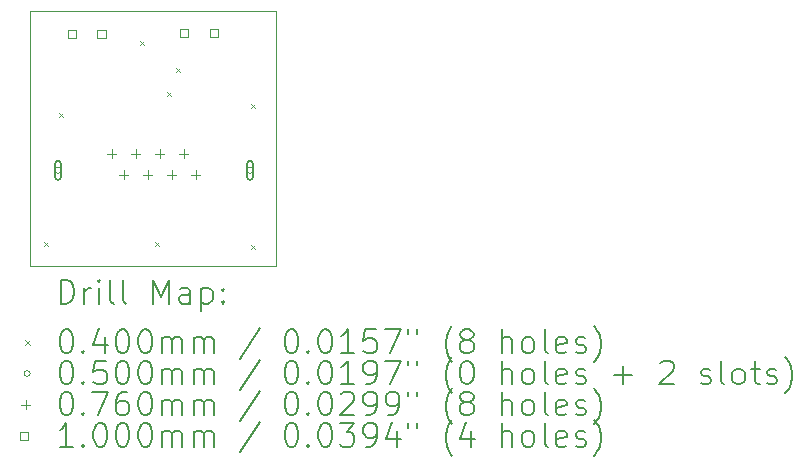
<source format=gbr>
%TF.GenerationSoftware,KiCad,Pcbnew,7.0.5*%
%TF.CreationDate,2023-06-28T23:38:22-05:00*%
%TF.ProjectId,RJ45GoButton,524a3435-476f-4427-9574-746f6e2e6b69,rev?*%
%TF.SameCoordinates,Original*%
%TF.FileFunction,Drillmap*%
%TF.FilePolarity,Positive*%
%FSLAX45Y45*%
G04 Gerber Fmt 4.5, Leading zero omitted, Abs format (unit mm)*
G04 Created by KiCad (PCBNEW 7.0.5) date 2023-06-28 23:38:22*
%MOMM*%
%LPD*%
G01*
G04 APERTURE LIST*
%ADD10C,0.050000*%
%ADD11C,0.200000*%
%ADD12C,0.040000*%
%ADD13C,0.076000*%
%ADD14C,0.100000*%
G04 APERTURE END LIST*
D10*
X16119000Y-9253000D02*
X16120000Y-11416000D01*
X14041000Y-11416000D02*
X14041000Y-9253000D01*
X16120000Y-11416000D02*
X14041000Y-11416000D01*
X14041000Y-9253000D02*
X16119000Y-9253000D01*
D11*
D12*
X14153200Y-11206800D02*
X14193200Y-11246800D01*
X14193200Y-11206800D02*
X14153200Y-11246800D01*
X14280200Y-10114600D02*
X14320200Y-10154600D01*
X14320200Y-10114600D02*
X14280200Y-10154600D01*
X14966000Y-9505000D02*
X15006000Y-9545000D01*
X15006000Y-9505000D02*
X14966000Y-9545000D01*
X15093000Y-11206800D02*
X15133000Y-11246800D01*
X15133000Y-11206800D02*
X15093000Y-11246800D01*
X15194600Y-9936800D02*
X15234600Y-9976800D01*
X15234600Y-9936800D02*
X15194600Y-9976800D01*
X15270800Y-9733600D02*
X15310800Y-9773600D01*
X15310800Y-9733600D02*
X15270800Y-9773600D01*
X15905800Y-10038400D02*
X15945800Y-10078400D01*
X15945800Y-10038400D02*
X15905800Y-10078400D01*
X15905800Y-11232200D02*
X15945800Y-11272200D01*
X15945800Y-11232200D02*
X15905800Y-11272200D01*
D10*
X14299908Y-10602087D02*
G75*
G03*
X14299908Y-10602087I-25000J0D01*
G01*
D11*
X14299908Y-10657087D02*
X14299908Y-10547087D01*
X14299908Y-10547087D02*
G75*
G03*
X14249908Y-10547087I-25000J0D01*
G01*
X14249908Y-10547087D02*
X14249908Y-10657087D01*
X14249908Y-10657087D02*
G75*
G03*
X14299908Y-10657087I25000J0D01*
G01*
D10*
X15925908Y-10602087D02*
G75*
G03*
X15925908Y-10602087I-25000J0D01*
G01*
D11*
X15925908Y-10657087D02*
X15925908Y-10547087D01*
X15925908Y-10547087D02*
G75*
G03*
X15875908Y-10547087I-25000J0D01*
G01*
X15875908Y-10547087D02*
X15875908Y-10657087D01*
X15875908Y-10657087D02*
G75*
G03*
X15925908Y-10657087I25000J0D01*
G01*
D13*
X14731838Y-10422282D02*
X14731838Y-10498282D01*
X14693838Y-10460282D02*
X14769838Y-10460282D01*
X14833838Y-10600282D02*
X14833838Y-10676282D01*
X14795838Y-10638282D02*
X14871838Y-10638282D01*
X14934838Y-10422282D02*
X14934838Y-10498282D01*
X14896838Y-10460282D02*
X14972838Y-10460282D01*
X15036838Y-10600282D02*
X15036838Y-10676282D01*
X14998838Y-10638282D02*
X15074838Y-10638282D01*
X15137838Y-10422282D02*
X15137838Y-10498282D01*
X15099838Y-10460282D02*
X15175838Y-10460282D01*
X15239838Y-10600282D02*
X15239838Y-10676282D01*
X15201838Y-10638282D02*
X15277838Y-10638282D01*
X15340838Y-10422282D02*
X15340838Y-10498282D01*
X15302838Y-10460282D02*
X15378838Y-10460282D01*
X15442838Y-10600282D02*
X15442838Y-10676282D01*
X15404838Y-10638282D02*
X15480838Y-10638282D01*
D14*
X14430356Y-9484356D02*
X14430356Y-9413644D01*
X14359644Y-9413644D01*
X14359644Y-9484356D01*
X14430356Y-9484356D01*
X14680356Y-9484356D02*
X14680356Y-9413644D01*
X14609644Y-9413644D01*
X14609644Y-9484356D01*
X14680356Y-9484356D01*
X15379356Y-9475356D02*
X15379356Y-9404644D01*
X15308644Y-9404644D01*
X15308644Y-9475356D01*
X15379356Y-9475356D01*
X15629356Y-9475356D02*
X15629356Y-9404644D01*
X15558644Y-9404644D01*
X15558644Y-9475356D01*
X15629356Y-9475356D01*
D11*
X14299277Y-11729984D02*
X14299277Y-11529984D01*
X14299277Y-11529984D02*
X14346896Y-11529984D01*
X14346896Y-11529984D02*
X14375467Y-11539508D01*
X14375467Y-11539508D02*
X14394515Y-11558555D01*
X14394515Y-11558555D02*
X14404039Y-11577603D01*
X14404039Y-11577603D02*
X14413562Y-11615698D01*
X14413562Y-11615698D02*
X14413562Y-11644269D01*
X14413562Y-11644269D02*
X14404039Y-11682365D01*
X14404039Y-11682365D02*
X14394515Y-11701412D01*
X14394515Y-11701412D02*
X14375467Y-11720460D01*
X14375467Y-11720460D02*
X14346896Y-11729984D01*
X14346896Y-11729984D02*
X14299277Y-11729984D01*
X14499277Y-11729984D02*
X14499277Y-11596650D01*
X14499277Y-11634746D02*
X14508801Y-11615698D01*
X14508801Y-11615698D02*
X14518324Y-11606174D01*
X14518324Y-11606174D02*
X14537372Y-11596650D01*
X14537372Y-11596650D02*
X14556420Y-11596650D01*
X14623086Y-11729984D02*
X14623086Y-11596650D01*
X14623086Y-11529984D02*
X14613562Y-11539508D01*
X14613562Y-11539508D02*
X14623086Y-11549031D01*
X14623086Y-11549031D02*
X14632610Y-11539508D01*
X14632610Y-11539508D02*
X14623086Y-11529984D01*
X14623086Y-11529984D02*
X14623086Y-11549031D01*
X14746896Y-11729984D02*
X14727848Y-11720460D01*
X14727848Y-11720460D02*
X14718324Y-11701412D01*
X14718324Y-11701412D02*
X14718324Y-11529984D01*
X14851658Y-11729984D02*
X14832610Y-11720460D01*
X14832610Y-11720460D02*
X14823086Y-11701412D01*
X14823086Y-11701412D02*
X14823086Y-11529984D01*
X15080229Y-11729984D02*
X15080229Y-11529984D01*
X15080229Y-11529984D02*
X15146896Y-11672841D01*
X15146896Y-11672841D02*
X15213562Y-11529984D01*
X15213562Y-11529984D02*
X15213562Y-11729984D01*
X15394515Y-11729984D02*
X15394515Y-11625222D01*
X15394515Y-11625222D02*
X15384991Y-11606174D01*
X15384991Y-11606174D02*
X15365943Y-11596650D01*
X15365943Y-11596650D02*
X15327848Y-11596650D01*
X15327848Y-11596650D02*
X15308801Y-11606174D01*
X15394515Y-11720460D02*
X15375467Y-11729984D01*
X15375467Y-11729984D02*
X15327848Y-11729984D01*
X15327848Y-11729984D02*
X15308801Y-11720460D01*
X15308801Y-11720460D02*
X15299277Y-11701412D01*
X15299277Y-11701412D02*
X15299277Y-11682365D01*
X15299277Y-11682365D02*
X15308801Y-11663317D01*
X15308801Y-11663317D02*
X15327848Y-11653793D01*
X15327848Y-11653793D02*
X15375467Y-11653793D01*
X15375467Y-11653793D02*
X15394515Y-11644269D01*
X15489753Y-11596650D02*
X15489753Y-11796650D01*
X15489753Y-11606174D02*
X15508801Y-11596650D01*
X15508801Y-11596650D02*
X15546896Y-11596650D01*
X15546896Y-11596650D02*
X15565943Y-11606174D01*
X15565943Y-11606174D02*
X15575467Y-11615698D01*
X15575467Y-11615698D02*
X15584991Y-11634746D01*
X15584991Y-11634746D02*
X15584991Y-11691888D01*
X15584991Y-11691888D02*
X15575467Y-11710936D01*
X15575467Y-11710936D02*
X15565943Y-11720460D01*
X15565943Y-11720460D02*
X15546896Y-11729984D01*
X15546896Y-11729984D02*
X15508801Y-11729984D01*
X15508801Y-11729984D02*
X15489753Y-11720460D01*
X15670705Y-11710936D02*
X15680229Y-11720460D01*
X15680229Y-11720460D02*
X15670705Y-11729984D01*
X15670705Y-11729984D02*
X15661182Y-11720460D01*
X15661182Y-11720460D02*
X15670705Y-11710936D01*
X15670705Y-11710936D02*
X15670705Y-11729984D01*
X15670705Y-11606174D02*
X15680229Y-11615698D01*
X15680229Y-11615698D02*
X15670705Y-11625222D01*
X15670705Y-11625222D02*
X15661182Y-11615698D01*
X15661182Y-11615698D02*
X15670705Y-11606174D01*
X15670705Y-11606174D02*
X15670705Y-11625222D01*
D12*
X13998500Y-12038500D02*
X14038500Y-12078500D01*
X14038500Y-12038500D02*
X13998500Y-12078500D01*
D11*
X14337372Y-11949984D02*
X14356420Y-11949984D01*
X14356420Y-11949984D02*
X14375467Y-11959508D01*
X14375467Y-11959508D02*
X14384991Y-11969031D01*
X14384991Y-11969031D02*
X14394515Y-11988079D01*
X14394515Y-11988079D02*
X14404039Y-12026174D01*
X14404039Y-12026174D02*
X14404039Y-12073793D01*
X14404039Y-12073793D02*
X14394515Y-12111888D01*
X14394515Y-12111888D02*
X14384991Y-12130936D01*
X14384991Y-12130936D02*
X14375467Y-12140460D01*
X14375467Y-12140460D02*
X14356420Y-12149984D01*
X14356420Y-12149984D02*
X14337372Y-12149984D01*
X14337372Y-12149984D02*
X14318324Y-12140460D01*
X14318324Y-12140460D02*
X14308801Y-12130936D01*
X14308801Y-12130936D02*
X14299277Y-12111888D01*
X14299277Y-12111888D02*
X14289753Y-12073793D01*
X14289753Y-12073793D02*
X14289753Y-12026174D01*
X14289753Y-12026174D02*
X14299277Y-11988079D01*
X14299277Y-11988079D02*
X14308801Y-11969031D01*
X14308801Y-11969031D02*
X14318324Y-11959508D01*
X14318324Y-11959508D02*
X14337372Y-11949984D01*
X14489753Y-12130936D02*
X14499277Y-12140460D01*
X14499277Y-12140460D02*
X14489753Y-12149984D01*
X14489753Y-12149984D02*
X14480229Y-12140460D01*
X14480229Y-12140460D02*
X14489753Y-12130936D01*
X14489753Y-12130936D02*
X14489753Y-12149984D01*
X14670705Y-12016650D02*
X14670705Y-12149984D01*
X14623086Y-11940460D02*
X14575467Y-12083317D01*
X14575467Y-12083317D02*
X14699277Y-12083317D01*
X14813562Y-11949984D02*
X14832610Y-11949984D01*
X14832610Y-11949984D02*
X14851658Y-11959508D01*
X14851658Y-11959508D02*
X14861182Y-11969031D01*
X14861182Y-11969031D02*
X14870705Y-11988079D01*
X14870705Y-11988079D02*
X14880229Y-12026174D01*
X14880229Y-12026174D02*
X14880229Y-12073793D01*
X14880229Y-12073793D02*
X14870705Y-12111888D01*
X14870705Y-12111888D02*
X14861182Y-12130936D01*
X14861182Y-12130936D02*
X14851658Y-12140460D01*
X14851658Y-12140460D02*
X14832610Y-12149984D01*
X14832610Y-12149984D02*
X14813562Y-12149984D01*
X14813562Y-12149984D02*
X14794515Y-12140460D01*
X14794515Y-12140460D02*
X14784991Y-12130936D01*
X14784991Y-12130936D02*
X14775467Y-12111888D01*
X14775467Y-12111888D02*
X14765943Y-12073793D01*
X14765943Y-12073793D02*
X14765943Y-12026174D01*
X14765943Y-12026174D02*
X14775467Y-11988079D01*
X14775467Y-11988079D02*
X14784991Y-11969031D01*
X14784991Y-11969031D02*
X14794515Y-11959508D01*
X14794515Y-11959508D02*
X14813562Y-11949984D01*
X15004039Y-11949984D02*
X15023086Y-11949984D01*
X15023086Y-11949984D02*
X15042134Y-11959508D01*
X15042134Y-11959508D02*
X15051658Y-11969031D01*
X15051658Y-11969031D02*
X15061182Y-11988079D01*
X15061182Y-11988079D02*
X15070705Y-12026174D01*
X15070705Y-12026174D02*
X15070705Y-12073793D01*
X15070705Y-12073793D02*
X15061182Y-12111888D01*
X15061182Y-12111888D02*
X15051658Y-12130936D01*
X15051658Y-12130936D02*
X15042134Y-12140460D01*
X15042134Y-12140460D02*
X15023086Y-12149984D01*
X15023086Y-12149984D02*
X15004039Y-12149984D01*
X15004039Y-12149984D02*
X14984991Y-12140460D01*
X14984991Y-12140460D02*
X14975467Y-12130936D01*
X14975467Y-12130936D02*
X14965943Y-12111888D01*
X14965943Y-12111888D02*
X14956420Y-12073793D01*
X14956420Y-12073793D02*
X14956420Y-12026174D01*
X14956420Y-12026174D02*
X14965943Y-11988079D01*
X14965943Y-11988079D02*
X14975467Y-11969031D01*
X14975467Y-11969031D02*
X14984991Y-11959508D01*
X14984991Y-11959508D02*
X15004039Y-11949984D01*
X15156420Y-12149984D02*
X15156420Y-12016650D01*
X15156420Y-12035698D02*
X15165943Y-12026174D01*
X15165943Y-12026174D02*
X15184991Y-12016650D01*
X15184991Y-12016650D02*
X15213563Y-12016650D01*
X15213563Y-12016650D02*
X15232610Y-12026174D01*
X15232610Y-12026174D02*
X15242134Y-12045222D01*
X15242134Y-12045222D02*
X15242134Y-12149984D01*
X15242134Y-12045222D02*
X15251658Y-12026174D01*
X15251658Y-12026174D02*
X15270705Y-12016650D01*
X15270705Y-12016650D02*
X15299277Y-12016650D01*
X15299277Y-12016650D02*
X15318324Y-12026174D01*
X15318324Y-12026174D02*
X15327848Y-12045222D01*
X15327848Y-12045222D02*
X15327848Y-12149984D01*
X15423086Y-12149984D02*
X15423086Y-12016650D01*
X15423086Y-12035698D02*
X15432610Y-12026174D01*
X15432610Y-12026174D02*
X15451658Y-12016650D01*
X15451658Y-12016650D02*
X15480229Y-12016650D01*
X15480229Y-12016650D02*
X15499277Y-12026174D01*
X15499277Y-12026174D02*
X15508801Y-12045222D01*
X15508801Y-12045222D02*
X15508801Y-12149984D01*
X15508801Y-12045222D02*
X15518324Y-12026174D01*
X15518324Y-12026174D02*
X15537372Y-12016650D01*
X15537372Y-12016650D02*
X15565943Y-12016650D01*
X15565943Y-12016650D02*
X15584991Y-12026174D01*
X15584991Y-12026174D02*
X15594515Y-12045222D01*
X15594515Y-12045222D02*
X15594515Y-12149984D01*
X15984991Y-11940460D02*
X15813563Y-12197603D01*
X16242134Y-11949984D02*
X16261182Y-11949984D01*
X16261182Y-11949984D02*
X16280229Y-11959508D01*
X16280229Y-11959508D02*
X16289753Y-11969031D01*
X16289753Y-11969031D02*
X16299277Y-11988079D01*
X16299277Y-11988079D02*
X16308801Y-12026174D01*
X16308801Y-12026174D02*
X16308801Y-12073793D01*
X16308801Y-12073793D02*
X16299277Y-12111888D01*
X16299277Y-12111888D02*
X16289753Y-12130936D01*
X16289753Y-12130936D02*
X16280229Y-12140460D01*
X16280229Y-12140460D02*
X16261182Y-12149984D01*
X16261182Y-12149984D02*
X16242134Y-12149984D01*
X16242134Y-12149984D02*
X16223086Y-12140460D01*
X16223086Y-12140460D02*
X16213563Y-12130936D01*
X16213563Y-12130936D02*
X16204039Y-12111888D01*
X16204039Y-12111888D02*
X16194515Y-12073793D01*
X16194515Y-12073793D02*
X16194515Y-12026174D01*
X16194515Y-12026174D02*
X16204039Y-11988079D01*
X16204039Y-11988079D02*
X16213563Y-11969031D01*
X16213563Y-11969031D02*
X16223086Y-11959508D01*
X16223086Y-11959508D02*
X16242134Y-11949984D01*
X16394515Y-12130936D02*
X16404039Y-12140460D01*
X16404039Y-12140460D02*
X16394515Y-12149984D01*
X16394515Y-12149984D02*
X16384991Y-12140460D01*
X16384991Y-12140460D02*
X16394515Y-12130936D01*
X16394515Y-12130936D02*
X16394515Y-12149984D01*
X16527848Y-11949984D02*
X16546896Y-11949984D01*
X16546896Y-11949984D02*
X16565944Y-11959508D01*
X16565944Y-11959508D02*
X16575467Y-11969031D01*
X16575467Y-11969031D02*
X16584991Y-11988079D01*
X16584991Y-11988079D02*
X16594515Y-12026174D01*
X16594515Y-12026174D02*
X16594515Y-12073793D01*
X16594515Y-12073793D02*
X16584991Y-12111888D01*
X16584991Y-12111888D02*
X16575467Y-12130936D01*
X16575467Y-12130936D02*
X16565944Y-12140460D01*
X16565944Y-12140460D02*
X16546896Y-12149984D01*
X16546896Y-12149984D02*
X16527848Y-12149984D01*
X16527848Y-12149984D02*
X16508801Y-12140460D01*
X16508801Y-12140460D02*
X16499277Y-12130936D01*
X16499277Y-12130936D02*
X16489753Y-12111888D01*
X16489753Y-12111888D02*
X16480229Y-12073793D01*
X16480229Y-12073793D02*
X16480229Y-12026174D01*
X16480229Y-12026174D02*
X16489753Y-11988079D01*
X16489753Y-11988079D02*
X16499277Y-11969031D01*
X16499277Y-11969031D02*
X16508801Y-11959508D01*
X16508801Y-11959508D02*
X16527848Y-11949984D01*
X16784991Y-12149984D02*
X16670706Y-12149984D01*
X16727848Y-12149984D02*
X16727848Y-11949984D01*
X16727848Y-11949984D02*
X16708801Y-11978555D01*
X16708801Y-11978555D02*
X16689753Y-11997603D01*
X16689753Y-11997603D02*
X16670706Y-12007127D01*
X16965944Y-11949984D02*
X16870706Y-11949984D01*
X16870706Y-11949984D02*
X16861182Y-12045222D01*
X16861182Y-12045222D02*
X16870706Y-12035698D01*
X16870706Y-12035698D02*
X16889753Y-12026174D01*
X16889753Y-12026174D02*
X16937372Y-12026174D01*
X16937372Y-12026174D02*
X16956420Y-12035698D01*
X16956420Y-12035698D02*
X16965944Y-12045222D01*
X16965944Y-12045222D02*
X16975468Y-12064269D01*
X16975468Y-12064269D02*
X16975468Y-12111888D01*
X16975468Y-12111888D02*
X16965944Y-12130936D01*
X16965944Y-12130936D02*
X16956420Y-12140460D01*
X16956420Y-12140460D02*
X16937372Y-12149984D01*
X16937372Y-12149984D02*
X16889753Y-12149984D01*
X16889753Y-12149984D02*
X16870706Y-12140460D01*
X16870706Y-12140460D02*
X16861182Y-12130936D01*
X17042134Y-11949984D02*
X17175468Y-11949984D01*
X17175468Y-11949984D02*
X17089753Y-12149984D01*
X17242134Y-11949984D02*
X17242134Y-11988079D01*
X17318325Y-11949984D02*
X17318325Y-11988079D01*
X17613563Y-12226174D02*
X17604039Y-12216650D01*
X17604039Y-12216650D02*
X17584991Y-12188079D01*
X17584991Y-12188079D02*
X17575468Y-12169031D01*
X17575468Y-12169031D02*
X17565944Y-12140460D01*
X17565944Y-12140460D02*
X17556420Y-12092841D01*
X17556420Y-12092841D02*
X17556420Y-12054746D01*
X17556420Y-12054746D02*
X17565944Y-12007127D01*
X17565944Y-12007127D02*
X17575468Y-11978555D01*
X17575468Y-11978555D02*
X17584991Y-11959508D01*
X17584991Y-11959508D02*
X17604039Y-11930936D01*
X17604039Y-11930936D02*
X17613563Y-11921412D01*
X17718325Y-12035698D02*
X17699277Y-12026174D01*
X17699277Y-12026174D02*
X17689753Y-12016650D01*
X17689753Y-12016650D02*
X17680230Y-11997603D01*
X17680230Y-11997603D02*
X17680230Y-11988079D01*
X17680230Y-11988079D02*
X17689753Y-11969031D01*
X17689753Y-11969031D02*
X17699277Y-11959508D01*
X17699277Y-11959508D02*
X17718325Y-11949984D01*
X17718325Y-11949984D02*
X17756420Y-11949984D01*
X17756420Y-11949984D02*
X17775468Y-11959508D01*
X17775468Y-11959508D02*
X17784991Y-11969031D01*
X17784991Y-11969031D02*
X17794515Y-11988079D01*
X17794515Y-11988079D02*
X17794515Y-11997603D01*
X17794515Y-11997603D02*
X17784991Y-12016650D01*
X17784991Y-12016650D02*
X17775468Y-12026174D01*
X17775468Y-12026174D02*
X17756420Y-12035698D01*
X17756420Y-12035698D02*
X17718325Y-12035698D01*
X17718325Y-12035698D02*
X17699277Y-12045222D01*
X17699277Y-12045222D02*
X17689753Y-12054746D01*
X17689753Y-12054746D02*
X17680230Y-12073793D01*
X17680230Y-12073793D02*
X17680230Y-12111888D01*
X17680230Y-12111888D02*
X17689753Y-12130936D01*
X17689753Y-12130936D02*
X17699277Y-12140460D01*
X17699277Y-12140460D02*
X17718325Y-12149984D01*
X17718325Y-12149984D02*
X17756420Y-12149984D01*
X17756420Y-12149984D02*
X17775468Y-12140460D01*
X17775468Y-12140460D02*
X17784991Y-12130936D01*
X17784991Y-12130936D02*
X17794515Y-12111888D01*
X17794515Y-12111888D02*
X17794515Y-12073793D01*
X17794515Y-12073793D02*
X17784991Y-12054746D01*
X17784991Y-12054746D02*
X17775468Y-12045222D01*
X17775468Y-12045222D02*
X17756420Y-12035698D01*
X18032611Y-12149984D02*
X18032611Y-11949984D01*
X18118325Y-12149984D02*
X18118325Y-12045222D01*
X18118325Y-12045222D02*
X18108801Y-12026174D01*
X18108801Y-12026174D02*
X18089753Y-12016650D01*
X18089753Y-12016650D02*
X18061182Y-12016650D01*
X18061182Y-12016650D02*
X18042134Y-12026174D01*
X18042134Y-12026174D02*
X18032611Y-12035698D01*
X18242134Y-12149984D02*
X18223087Y-12140460D01*
X18223087Y-12140460D02*
X18213563Y-12130936D01*
X18213563Y-12130936D02*
X18204039Y-12111888D01*
X18204039Y-12111888D02*
X18204039Y-12054746D01*
X18204039Y-12054746D02*
X18213563Y-12035698D01*
X18213563Y-12035698D02*
X18223087Y-12026174D01*
X18223087Y-12026174D02*
X18242134Y-12016650D01*
X18242134Y-12016650D02*
X18270706Y-12016650D01*
X18270706Y-12016650D02*
X18289753Y-12026174D01*
X18289753Y-12026174D02*
X18299277Y-12035698D01*
X18299277Y-12035698D02*
X18308801Y-12054746D01*
X18308801Y-12054746D02*
X18308801Y-12111888D01*
X18308801Y-12111888D02*
X18299277Y-12130936D01*
X18299277Y-12130936D02*
X18289753Y-12140460D01*
X18289753Y-12140460D02*
X18270706Y-12149984D01*
X18270706Y-12149984D02*
X18242134Y-12149984D01*
X18423087Y-12149984D02*
X18404039Y-12140460D01*
X18404039Y-12140460D02*
X18394515Y-12121412D01*
X18394515Y-12121412D02*
X18394515Y-11949984D01*
X18575468Y-12140460D02*
X18556420Y-12149984D01*
X18556420Y-12149984D02*
X18518325Y-12149984D01*
X18518325Y-12149984D02*
X18499277Y-12140460D01*
X18499277Y-12140460D02*
X18489753Y-12121412D01*
X18489753Y-12121412D02*
X18489753Y-12045222D01*
X18489753Y-12045222D02*
X18499277Y-12026174D01*
X18499277Y-12026174D02*
X18518325Y-12016650D01*
X18518325Y-12016650D02*
X18556420Y-12016650D01*
X18556420Y-12016650D02*
X18575468Y-12026174D01*
X18575468Y-12026174D02*
X18584992Y-12045222D01*
X18584992Y-12045222D02*
X18584992Y-12064269D01*
X18584992Y-12064269D02*
X18489753Y-12083317D01*
X18661182Y-12140460D02*
X18680230Y-12149984D01*
X18680230Y-12149984D02*
X18718325Y-12149984D01*
X18718325Y-12149984D02*
X18737373Y-12140460D01*
X18737373Y-12140460D02*
X18746896Y-12121412D01*
X18746896Y-12121412D02*
X18746896Y-12111888D01*
X18746896Y-12111888D02*
X18737373Y-12092841D01*
X18737373Y-12092841D02*
X18718325Y-12083317D01*
X18718325Y-12083317D02*
X18689753Y-12083317D01*
X18689753Y-12083317D02*
X18670706Y-12073793D01*
X18670706Y-12073793D02*
X18661182Y-12054746D01*
X18661182Y-12054746D02*
X18661182Y-12045222D01*
X18661182Y-12045222D02*
X18670706Y-12026174D01*
X18670706Y-12026174D02*
X18689753Y-12016650D01*
X18689753Y-12016650D02*
X18718325Y-12016650D01*
X18718325Y-12016650D02*
X18737373Y-12026174D01*
X18813563Y-12226174D02*
X18823087Y-12216650D01*
X18823087Y-12216650D02*
X18842134Y-12188079D01*
X18842134Y-12188079D02*
X18851658Y-12169031D01*
X18851658Y-12169031D02*
X18861182Y-12140460D01*
X18861182Y-12140460D02*
X18870706Y-12092841D01*
X18870706Y-12092841D02*
X18870706Y-12054746D01*
X18870706Y-12054746D02*
X18861182Y-12007127D01*
X18861182Y-12007127D02*
X18851658Y-11978555D01*
X18851658Y-11978555D02*
X18842134Y-11959508D01*
X18842134Y-11959508D02*
X18823087Y-11930936D01*
X18823087Y-11930936D02*
X18813563Y-11921412D01*
D10*
X14038500Y-12322500D02*
G75*
G03*
X14038500Y-12322500I-25000J0D01*
G01*
D11*
X14337372Y-12213984D02*
X14356420Y-12213984D01*
X14356420Y-12213984D02*
X14375467Y-12223508D01*
X14375467Y-12223508D02*
X14384991Y-12233031D01*
X14384991Y-12233031D02*
X14394515Y-12252079D01*
X14394515Y-12252079D02*
X14404039Y-12290174D01*
X14404039Y-12290174D02*
X14404039Y-12337793D01*
X14404039Y-12337793D02*
X14394515Y-12375888D01*
X14394515Y-12375888D02*
X14384991Y-12394936D01*
X14384991Y-12394936D02*
X14375467Y-12404460D01*
X14375467Y-12404460D02*
X14356420Y-12413984D01*
X14356420Y-12413984D02*
X14337372Y-12413984D01*
X14337372Y-12413984D02*
X14318324Y-12404460D01*
X14318324Y-12404460D02*
X14308801Y-12394936D01*
X14308801Y-12394936D02*
X14299277Y-12375888D01*
X14299277Y-12375888D02*
X14289753Y-12337793D01*
X14289753Y-12337793D02*
X14289753Y-12290174D01*
X14289753Y-12290174D02*
X14299277Y-12252079D01*
X14299277Y-12252079D02*
X14308801Y-12233031D01*
X14308801Y-12233031D02*
X14318324Y-12223508D01*
X14318324Y-12223508D02*
X14337372Y-12213984D01*
X14489753Y-12394936D02*
X14499277Y-12404460D01*
X14499277Y-12404460D02*
X14489753Y-12413984D01*
X14489753Y-12413984D02*
X14480229Y-12404460D01*
X14480229Y-12404460D02*
X14489753Y-12394936D01*
X14489753Y-12394936D02*
X14489753Y-12413984D01*
X14680229Y-12213984D02*
X14584991Y-12213984D01*
X14584991Y-12213984D02*
X14575467Y-12309222D01*
X14575467Y-12309222D02*
X14584991Y-12299698D01*
X14584991Y-12299698D02*
X14604039Y-12290174D01*
X14604039Y-12290174D02*
X14651658Y-12290174D01*
X14651658Y-12290174D02*
X14670705Y-12299698D01*
X14670705Y-12299698D02*
X14680229Y-12309222D01*
X14680229Y-12309222D02*
X14689753Y-12328269D01*
X14689753Y-12328269D02*
X14689753Y-12375888D01*
X14689753Y-12375888D02*
X14680229Y-12394936D01*
X14680229Y-12394936D02*
X14670705Y-12404460D01*
X14670705Y-12404460D02*
X14651658Y-12413984D01*
X14651658Y-12413984D02*
X14604039Y-12413984D01*
X14604039Y-12413984D02*
X14584991Y-12404460D01*
X14584991Y-12404460D02*
X14575467Y-12394936D01*
X14813562Y-12213984D02*
X14832610Y-12213984D01*
X14832610Y-12213984D02*
X14851658Y-12223508D01*
X14851658Y-12223508D02*
X14861182Y-12233031D01*
X14861182Y-12233031D02*
X14870705Y-12252079D01*
X14870705Y-12252079D02*
X14880229Y-12290174D01*
X14880229Y-12290174D02*
X14880229Y-12337793D01*
X14880229Y-12337793D02*
X14870705Y-12375888D01*
X14870705Y-12375888D02*
X14861182Y-12394936D01*
X14861182Y-12394936D02*
X14851658Y-12404460D01*
X14851658Y-12404460D02*
X14832610Y-12413984D01*
X14832610Y-12413984D02*
X14813562Y-12413984D01*
X14813562Y-12413984D02*
X14794515Y-12404460D01*
X14794515Y-12404460D02*
X14784991Y-12394936D01*
X14784991Y-12394936D02*
X14775467Y-12375888D01*
X14775467Y-12375888D02*
X14765943Y-12337793D01*
X14765943Y-12337793D02*
X14765943Y-12290174D01*
X14765943Y-12290174D02*
X14775467Y-12252079D01*
X14775467Y-12252079D02*
X14784991Y-12233031D01*
X14784991Y-12233031D02*
X14794515Y-12223508D01*
X14794515Y-12223508D02*
X14813562Y-12213984D01*
X15004039Y-12213984D02*
X15023086Y-12213984D01*
X15023086Y-12213984D02*
X15042134Y-12223508D01*
X15042134Y-12223508D02*
X15051658Y-12233031D01*
X15051658Y-12233031D02*
X15061182Y-12252079D01*
X15061182Y-12252079D02*
X15070705Y-12290174D01*
X15070705Y-12290174D02*
X15070705Y-12337793D01*
X15070705Y-12337793D02*
X15061182Y-12375888D01*
X15061182Y-12375888D02*
X15051658Y-12394936D01*
X15051658Y-12394936D02*
X15042134Y-12404460D01*
X15042134Y-12404460D02*
X15023086Y-12413984D01*
X15023086Y-12413984D02*
X15004039Y-12413984D01*
X15004039Y-12413984D02*
X14984991Y-12404460D01*
X14984991Y-12404460D02*
X14975467Y-12394936D01*
X14975467Y-12394936D02*
X14965943Y-12375888D01*
X14965943Y-12375888D02*
X14956420Y-12337793D01*
X14956420Y-12337793D02*
X14956420Y-12290174D01*
X14956420Y-12290174D02*
X14965943Y-12252079D01*
X14965943Y-12252079D02*
X14975467Y-12233031D01*
X14975467Y-12233031D02*
X14984991Y-12223508D01*
X14984991Y-12223508D02*
X15004039Y-12213984D01*
X15156420Y-12413984D02*
X15156420Y-12280650D01*
X15156420Y-12299698D02*
X15165943Y-12290174D01*
X15165943Y-12290174D02*
X15184991Y-12280650D01*
X15184991Y-12280650D02*
X15213563Y-12280650D01*
X15213563Y-12280650D02*
X15232610Y-12290174D01*
X15232610Y-12290174D02*
X15242134Y-12309222D01*
X15242134Y-12309222D02*
X15242134Y-12413984D01*
X15242134Y-12309222D02*
X15251658Y-12290174D01*
X15251658Y-12290174D02*
X15270705Y-12280650D01*
X15270705Y-12280650D02*
X15299277Y-12280650D01*
X15299277Y-12280650D02*
X15318324Y-12290174D01*
X15318324Y-12290174D02*
X15327848Y-12309222D01*
X15327848Y-12309222D02*
X15327848Y-12413984D01*
X15423086Y-12413984D02*
X15423086Y-12280650D01*
X15423086Y-12299698D02*
X15432610Y-12290174D01*
X15432610Y-12290174D02*
X15451658Y-12280650D01*
X15451658Y-12280650D02*
X15480229Y-12280650D01*
X15480229Y-12280650D02*
X15499277Y-12290174D01*
X15499277Y-12290174D02*
X15508801Y-12309222D01*
X15508801Y-12309222D02*
X15508801Y-12413984D01*
X15508801Y-12309222D02*
X15518324Y-12290174D01*
X15518324Y-12290174D02*
X15537372Y-12280650D01*
X15537372Y-12280650D02*
X15565943Y-12280650D01*
X15565943Y-12280650D02*
X15584991Y-12290174D01*
X15584991Y-12290174D02*
X15594515Y-12309222D01*
X15594515Y-12309222D02*
X15594515Y-12413984D01*
X15984991Y-12204460D02*
X15813563Y-12461603D01*
X16242134Y-12213984D02*
X16261182Y-12213984D01*
X16261182Y-12213984D02*
X16280229Y-12223508D01*
X16280229Y-12223508D02*
X16289753Y-12233031D01*
X16289753Y-12233031D02*
X16299277Y-12252079D01*
X16299277Y-12252079D02*
X16308801Y-12290174D01*
X16308801Y-12290174D02*
X16308801Y-12337793D01*
X16308801Y-12337793D02*
X16299277Y-12375888D01*
X16299277Y-12375888D02*
X16289753Y-12394936D01*
X16289753Y-12394936D02*
X16280229Y-12404460D01*
X16280229Y-12404460D02*
X16261182Y-12413984D01*
X16261182Y-12413984D02*
X16242134Y-12413984D01*
X16242134Y-12413984D02*
X16223086Y-12404460D01*
X16223086Y-12404460D02*
X16213563Y-12394936D01*
X16213563Y-12394936D02*
X16204039Y-12375888D01*
X16204039Y-12375888D02*
X16194515Y-12337793D01*
X16194515Y-12337793D02*
X16194515Y-12290174D01*
X16194515Y-12290174D02*
X16204039Y-12252079D01*
X16204039Y-12252079D02*
X16213563Y-12233031D01*
X16213563Y-12233031D02*
X16223086Y-12223508D01*
X16223086Y-12223508D02*
X16242134Y-12213984D01*
X16394515Y-12394936D02*
X16404039Y-12404460D01*
X16404039Y-12404460D02*
X16394515Y-12413984D01*
X16394515Y-12413984D02*
X16384991Y-12404460D01*
X16384991Y-12404460D02*
X16394515Y-12394936D01*
X16394515Y-12394936D02*
X16394515Y-12413984D01*
X16527848Y-12213984D02*
X16546896Y-12213984D01*
X16546896Y-12213984D02*
X16565944Y-12223508D01*
X16565944Y-12223508D02*
X16575467Y-12233031D01*
X16575467Y-12233031D02*
X16584991Y-12252079D01*
X16584991Y-12252079D02*
X16594515Y-12290174D01*
X16594515Y-12290174D02*
X16594515Y-12337793D01*
X16594515Y-12337793D02*
X16584991Y-12375888D01*
X16584991Y-12375888D02*
X16575467Y-12394936D01*
X16575467Y-12394936D02*
X16565944Y-12404460D01*
X16565944Y-12404460D02*
X16546896Y-12413984D01*
X16546896Y-12413984D02*
X16527848Y-12413984D01*
X16527848Y-12413984D02*
X16508801Y-12404460D01*
X16508801Y-12404460D02*
X16499277Y-12394936D01*
X16499277Y-12394936D02*
X16489753Y-12375888D01*
X16489753Y-12375888D02*
X16480229Y-12337793D01*
X16480229Y-12337793D02*
X16480229Y-12290174D01*
X16480229Y-12290174D02*
X16489753Y-12252079D01*
X16489753Y-12252079D02*
X16499277Y-12233031D01*
X16499277Y-12233031D02*
X16508801Y-12223508D01*
X16508801Y-12223508D02*
X16527848Y-12213984D01*
X16784991Y-12413984D02*
X16670706Y-12413984D01*
X16727848Y-12413984D02*
X16727848Y-12213984D01*
X16727848Y-12213984D02*
X16708801Y-12242555D01*
X16708801Y-12242555D02*
X16689753Y-12261603D01*
X16689753Y-12261603D02*
X16670706Y-12271127D01*
X16880229Y-12413984D02*
X16918325Y-12413984D01*
X16918325Y-12413984D02*
X16937372Y-12404460D01*
X16937372Y-12404460D02*
X16946896Y-12394936D01*
X16946896Y-12394936D02*
X16965944Y-12366365D01*
X16965944Y-12366365D02*
X16975468Y-12328269D01*
X16975468Y-12328269D02*
X16975468Y-12252079D01*
X16975468Y-12252079D02*
X16965944Y-12233031D01*
X16965944Y-12233031D02*
X16956420Y-12223508D01*
X16956420Y-12223508D02*
X16937372Y-12213984D01*
X16937372Y-12213984D02*
X16899277Y-12213984D01*
X16899277Y-12213984D02*
X16880229Y-12223508D01*
X16880229Y-12223508D02*
X16870706Y-12233031D01*
X16870706Y-12233031D02*
X16861182Y-12252079D01*
X16861182Y-12252079D02*
X16861182Y-12299698D01*
X16861182Y-12299698D02*
X16870706Y-12318746D01*
X16870706Y-12318746D02*
X16880229Y-12328269D01*
X16880229Y-12328269D02*
X16899277Y-12337793D01*
X16899277Y-12337793D02*
X16937372Y-12337793D01*
X16937372Y-12337793D02*
X16956420Y-12328269D01*
X16956420Y-12328269D02*
X16965944Y-12318746D01*
X16965944Y-12318746D02*
X16975468Y-12299698D01*
X17042134Y-12213984D02*
X17175468Y-12213984D01*
X17175468Y-12213984D02*
X17089753Y-12413984D01*
X17242134Y-12213984D02*
X17242134Y-12252079D01*
X17318325Y-12213984D02*
X17318325Y-12252079D01*
X17613563Y-12490174D02*
X17604039Y-12480650D01*
X17604039Y-12480650D02*
X17584991Y-12452079D01*
X17584991Y-12452079D02*
X17575468Y-12433031D01*
X17575468Y-12433031D02*
X17565944Y-12404460D01*
X17565944Y-12404460D02*
X17556420Y-12356841D01*
X17556420Y-12356841D02*
X17556420Y-12318746D01*
X17556420Y-12318746D02*
X17565944Y-12271127D01*
X17565944Y-12271127D02*
X17575468Y-12242555D01*
X17575468Y-12242555D02*
X17584991Y-12223508D01*
X17584991Y-12223508D02*
X17604039Y-12194936D01*
X17604039Y-12194936D02*
X17613563Y-12185412D01*
X17727849Y-12213984D02*
X17746896Y-12213984D01*
X17746896Y-12213984D02*
X17765944Y-12223508D01*
X17765944Y-12223508D02*
X17775468Y-12233031D01*
X17775468Y-12233031D02*
X17784991Y-12252079D01*
X17784991Y-12252079D02*
X17794515Y-12290174D01*
X17794515Y-12290174D02*
X17794515Y-12337793D01*
X17794515Y-12337793D02*
X17784991Y-12375888D01*
X17784991Y-12375888D02*
X17775468Y-12394936D01*
X17775468Y-12394936D02*
X17765944Y-12404460D01*
X17765944Y-12404460D02*
X17746896Y-12413984D01*
X17746896Y-12413984D02*
X17727849Y-12413984D01*
X17727849Y-12413984D02*
X17708801Y-12404460D01*
X17708801Y-12404460D02*
X17699277Y-12394936D01*
X17699277Y-12394936D02*
X17689753Y-12375888D01*
X17689753Y-12375888D02*
X17680230Y-12337793D01*
X17680230Y-12337793D02*
X17680230Y-12290174D01*
X17680230Y-12290174D02*
X17689753Y-12252079D01*
X17689753Y-12252079D02*
X17699277Y-12233031D01*
X17699277Y-12233031D02*
X17708801Y-12223508D01*
X17708801Y-12223508D02*
X17727849Y-12213984D01*
X18032611Y-12413984D02*
X18032611Y-12213984D01*
X18118325Y-12413984D02*
X18118325Y-12309222D01*
X18118325Y-12309222D02*
X18108801Y-12290174D01*
X18108801Y-12290174D02*
X18089753Y-12280650D01*
X18089753Y-12280650D02*
X18061182Y-12280650D01*
X18061182Y-12280650D02*
X18042134Y-12290174D01*
X18042134Y-12290174D02*
X18032611Y-12299698D01*
X18242134Y-12413984D02*
X18223087Y-12404460D01*
X18223087Y-12404460D02*
X18213563Y-12394936D01*
X18213563Y-12394936D02*
X18204039Y-12375888D01*
X18204039Y-12375888D02*
X18204039Y-12318746D01*
X18204039Y-12318746D02*
X18213563Y-12299698D01*
X18213563Y-12299698D02*
X18223087Y-12290174D01*
X18223087Y-12290174D02*
X18242134Y-12280650D01*
X18242134Y-12280650D02*
X18270706Y-12280650D01*
X18270706Y-12280650D02*
X18289753Y-12290174D01*
X18289753Y-12290174D02*
X18299277Y-12299698D01*
X18299277Y-12299698D02*
X18308801Y-12318746D01*
X18308801Y-12318746D02*
X18308801Y-12375888D01*
X18308801Y-12375888D02*
X18299277Y-12394936D01*
X18299277Y-12394936D02*
X18289753Y-12404460D01*
X18289753Y-12404460D02*
X18270706Y-12413984D01*
X18270706Y-12413984D02*
X18242134Y-12413984D01*
X18423087Y-12413984D02*
X18404039Y-12404460D01*
X18404039Y-12404460D02*
X18394515Y-12385412D01*
X18394515Y-12385412D02*
X18394515Y-12213984D01*
X18575468Y-12404460D02*
X18556420Y-12413984D01*
X18556420Y-12413984D02*
X18518325Y-12413984D01*
X18518325Y-12413984D02*
X18499277Y-12404460D01*
X18499277Y-12404460D02*
X18489753Y-12385412D01*
X18489753Y-12385412D02*
X18489753Y-12309222D01*
X18489753Y-12309222D02*
X18499277Y-12290174D01*
X18499277Y-12290174D02*
X18518325Y-12280650D01*
X18518325Y-12280650D02*
X18556420Y-12280650D01*
X18556420Y-12280650D02*
X18575468Y-12290174D01*
X18575468Y-12290174D02*
X18584992Y-12309222D01*
X18584992Y-12309222D02*
X18584992Y-12328269D01*
X18584992Y-12328269D02*
X18489753Y-12347317D01*
X18661182Y-12404460D02*
X18680230Y-12413984D01*
X18680230Y-12413984D02*
X18718325Y-12413984D01*
X18718325Y-12413984D02*
X18737373Y-12404460D01*
X18737373Y-12404460D02*
X18746896Y-12385412D01*
X18746896Y-12385412D02*
X18746896Y-12375888D01*
X18746896Y-12375888D02*
X18737373Y-12356841D01*
X18737373Y-12356841D02*
X18718325Y-12347317D01*
X18718325Y-12347317D02*
X18689753Y-12347317D01*
X18689753Y-12347317D02*
X18670706Y-12337793D01*
X18670706Y-12337793D02*
X18661182Y-12318746D01*
X18661182Y-12318746D02*
X18661182Y-12309222D01*
X18661182Y-12309222D02*
X18670706Y-12290174D01*
X18670706Y-12290174D02*
X18689753Y-12280650D01*
X18689753Y-12280650D02*
X18718325Y-12280650D01*
X18718325Y-12280650D02*
X18737373Y-12290174D01*
X18984992Y-12337793D02*
X19137373Y-12337793D01*
X19061182Y-12413984D02*
X19061182Y-12261603D01*
X19375468Y-12233031D02*
X19384992Y-12223508D01*
X19384992Y-12223508D02*
X19404039Y-12213984D01*
X19404039Y-12213984D02*
X19451658Y-12213984D01*
X19451658Y-12213984D02*
X19470706Y-12223508D01*
X19470706Y-12223508D02*
X19480230Y-12233031D01*
X19480230Y-12233031D02*
X19489754Y-12252079D01*
X19489754Y-12252079D02*
X19489754Y-12271127D01*
X19489754Y-12271127D02*
X19480230Y-12299698D01*
X19480230Y-12299698D02*
X19365944Y-12413984D01*
X19365944Y-12413984D02*
X19489754Y-12413984D01*
X19718325Y-12404460D02*
X19737373Y-12413984D01*
X19737373Y-12413984D02*
X19775468Y-12413984D01*
X19775468Y-12413984D02*
X19794516Y-12404460D01*
X19794516Y-12404460D02*
X19804039Y-12385412D01*
X19804039Y-12385412D02*
X19804039Y-12375888D01*
X19804039Y-12375888D02*
X19794516Y-12356841D01*
X19794516Y-12356841D02*
X19775468Y-12347317D01*
X19775468Y-12347317D02*
X19746896Y-12347317D01*
X19746896Y-12347317D02*
X19727849Y-12337793D01*
X19727849Y-12337793D02*
X19718325Y-12318746D01*
X19718325Y-12318746D02*
X19718325Y-12309222D01*
X19718325Y-12309222D02*
X19727849Y-12290174D01*
X19727849Y-12290174D02*
X19746896Y-12280650D01*
X19746896Y-12280650D02*
X19775468Y-12280650D01*
X19775468Y-12280650D02*
X19794516Y-12290174D01*
X19918325Y-12413984D02*
X19899277Y-12404460D01*
X19899277Y-12404460D02*
X19889754Y-12385412D01*
X19889754Y-12385412D02*
X19889754Y-12213984D01*
X20023087Y-12413984D02*
X20004039Y-12404460D01*
X20004039Y-12404460D02*
X19994516Y-12394936D01*
X19994516Y-12394936D02*
X19984992Y-12375888D01*
X19984992Y-12375888D02*
X19984992Y-12318746D01*
X19984992Y-12318746D02*
X19994516Y-12299698D01*
X19994516Y-12299698D02*
X20004039Y-12290174D01*
X20004039Y-12290174D02*
X20023087Y-12280650D01*
X20023087Y-12280650D02*
X20051658Y-12280650D01*
X20051658Y-12280650D02*
X20070706Y-12290174D01*
X20070706Y-12290174D02*
X20080230Y-12299698D01*
X20080230Y-12299698D02*
X20089754Y-12318746D01*
X20089754Y-12318746D02*
X20089754Y-12375888D01*
X20089754Y-12375888D02*
X20080230Y-12394936D01*
X20080230Y-12394936D02*
X20070706Y-12404460D01*
X20070706Y-12404460D02*
X20051658Y-12413984D01*
X20051658Y-12413984D02*
X20023087Y-12413984D01*
X20146897Y-12280650D02*
X20223087Y-12280650D01*
X20175468Y-12213984D02*
X20175468Y-12385412D01*
X20175468Y-12385412D02*
X20184992Y-12404460D01*
X20184992Y-12404460D02*
X20204039Y-12413984D01*
X20204039Y-12413984D02*
X20223087Y-12413984D01*
X20280230Y-12404460D02*
X20299277Y-12413984D01*
X20299277Y-12413984D02*
X20337373Y-12413984D01*
X20337373Y-12413984D02*
X20356420Y-12404460D01*
X20356420Y-12404460D02*
X20365944Y-12385412D01*
X20365944Y-12385412D02*
X20365944Y-12375888D01*
X20365944Y-12375888D02*
X20356420Y-12356841D01*
X20356420Y-12356841D02*
X20337373Y-12347317D01*
X20337373Y-12347317D02*
X20308801Y-12347317D01*
X20308801Y-12347317D02*
X20289754Y-12337793D01*
X20289754Y-12337793D02*
X20280230Y-12318746D01*
X20280230Y-12318746D02*
X20280230Y-12309222D01*
X20280230Y-12309222D02*
X20289754Y-12290174D01*
X20289754Y-12290174D02*
X20308801Y-12280650D01*
X20308801Y-12280650D02*
X20337373Y-12280650D01*
X20337373Y-12280650D02*
X20356420Y-12290174D01*
X20432611Y-12490174D02*
X20442135Y-12480650D01*
X20442135Y-12480650D02*
X20461182Y-12452079D01*
X20461182Y-12452079D02*
X20470706Y-12433031D01*
X20470706Y-12433031D02*
X20480230Y-12404460D01*
X20480230Y-12404460D02*
X20489754Y-12356841D01*
X20489754Y-12356841D02*
X20489754Y-12318746D01*
X20489754Y-12318746D02*
X20480230Y-12271127D01*
X20480230Y-12271127D02*
X20470706Y-12242555D01*
X20470706Y-12242555D02*
X20461182Y-12223508D01*
X20461182Y-12223508D02*
X20442135Y-12194936D01*
X20442135Y-12194936D02*
X20432611Y-12185412D01*
D13*
X14000500Y-12548500D02*
X14000500Y-12624500D01*
X13962500Y-12586500D02*
X14038500Y-12586500D01*
D11*
X14337372Y-12477984D02*
X14356420Y-12477984D01*
X14356420Y-12477984D02*
X14375467Y-12487508D01*
X14375467Y-12487508D02*
X14384991Y-12497031D01*
X14384991Y-12497031D02*
X14394515Y-12516079D01*
X14394515Y-12516079D02*
X14404039Y-12554174D01*
X14404039Y-12554174D02*
X14404039Y-12601793D01*
X14404039Y-12601793D02*
X14394515Y-12639888D01*
X14394515Y-12639888D02*
X14384991Y-12658936D01*
X14384991Y-12658936D02*
X14375467Y-12668460D01*
X14375467Y-12668460D02*
X14356420Y-12677984D01*
X14356420Y-12677984D02*
X14337372Y-12677984D01*
X14337372Y-12677984D02*
X14318324Y-12668460D01*
X14318324Y-12668460D02*
X14308801Y-12658936D01*
X14308801Y-12658936D02*
X14299277Y-12639888D01*
X14299277Y-12639888D02*
X14289753Y-12601793D01*
X14289753Y-12601793D02*
X14289753Y-12554174D01*
X14289753Y-12554174D02*
X14299277Y-12516079D01*
X14299277Y-12516079D02*
X14308801Y-12497031D01*
X14308801Y-12497031D02*
X14318324Y-12487508D01*
X14318324Y-12487508D02*
X14337372Y-12477984D01*
X14489753Y-12658936D02*
X14499277Y-12668460D01*
X14499277Y-12668460D02*
X14489753Y-12677984D01*
X14489753Y-12677984D02*
X14480229Y-12668460D01*
X14480229Y-12668460D02*
X14489753Y-12658936D01*
X14489753Y-12658936D02*
X14489753Y-12677984D01*
X14565943Y-12477984D02*
X14699277Y-12477984D01*
X14699277Y-12477984D02*
X14613562Y-12677984D01*
X14861182Y-12477984D02*
X14823086Y-12477984D01*
X14823086Y-12477984D02*
X14804039Y-12487508D01*
X14804039Y-12487508D02*
X14794515Y-12497031D01*
X14794515Y-12497031D02*
X14775467Y-12525603D01*
X14775467Y-12525603D02*
X14765943Y-12563698D01*
X14765943Y-12563698D02*
X14765943Y-12639888D01*
X14765943Y-12639888D02*
X14775467Y-12658936D01*
X14775467Y-12658936D02*
X14784991Y-12668460D01*
X14784991Y-12668460D02*
X14804039Y-12677984D01*
X14804039Y-12677984D02*
X14842134Y-12677984D01*
X14842134Y-12677984D02*
X14861182Y-12668460D01*
X14861182Y-12668460D02*
X14870705Y-12658936D01*
X14870705Y-12658936D02*
X14880229Y-12639888D01*
X14880229Y-12639888D02*
X14880229Y-12592269D01*
X14880229Y-12592269D02*
X14870705Y-12573222D01*
X14870705Y-12573222D02*
X14861182Y-12563698D01*
X14861182Y-12563698D02*
X14842134Y-12554174D01*
X14842134Y-12554174D02*
X14804039Y-12554174D01*
X14804039Y-12554174D02*
X14784991Y-12563698D01*
X14784991Y-12563698D02*
X14775467Y-12573222D01*
X14775467Y-12573222D02*
X14765943Y-12592269D01*
X15004039Y-12477984D02*
X15023086Y-12477984D01*
X15023086Y-12477984D02*
X15042134Y-12487508D01*
X15042134Y-12487508D02*
X15051658Y-12497031D01*
X15051658Y-12497031D02*
X15061182Y-12516079D01*
X15061182Y-12516079D02*
X15070705Y-12554174D01*
X15070705Y-12554174D02*
X15070705Y-12601793D01*
X15070705Y-12601793D02*
X15061182Y-12639888D01*
X15061182Y-12639888D02*
X15051658Y-12658936D01*
X15051658Y-12658936D02*
X15042134Y-12668460D01*
X15042134Y-12668460D02*
X15023086Y-12677984D01*
X15023086Y-12677984D02*
X15004039Y-12677984D01*
X15004039Y-12677984D02*
X14984991Y-12668460D01*
X14984991Y-12668460D02*
X14975467Y-12658936D01*
X14975467Y-12658936D02*
X14965943Y-12639888D01*
X14965943Y-12639888D02*
X14956420Y-12601793D01*
X14956420Y-12601793D02*
X14956420Y-12554174D01*
X14956420Y-12554174D02*
X14965943Y-12516079D01*
X14965943Y-12516079D02*
X14975467Y-12497031D01*
X14975467Y-12497031D02*
X14984991Y-12487508D01*
X14984991Y-12487508D02*
X15004039Y-12477984D01*
X15156420Y-12677984D02*
X15156420Y-12544650D01*
X15156420Y-12563698D02*
X15165943Y-12554174D01*
X15165943Y-12554174D02*
X15184991Y-12544650D01*
X15184991Y-12544650D02*
X15213563Y-12544650D01*
X15213563Y-12544650D02*
X15232610Y-12554174D01*
X15232610Y-12554174D02*
X15242134Y-12573222D01*
X15242134Y-12573222D02*
X15242134Y-12677984D01*
X15242134Y-12573222D02*
X15251658Y-12554174D01*
X15251658Y-12554174D02*
X15270705Y-12544650D01*
X15270705Y-12544650D02*
X15299277Y-12544650D01*
X15299277Y-12544650D02*
X15318324Y-12554174D01*
X15318324Y-12554174D02*
X15327848Y-12573222D01*
X15327848Y-12573222D02*
X15327848Y-12677984D01*
X15423086Y-12677984D02*
X15423086Y-12544650D01*
X15423086Y-12563698D02*
X15432610Y-12554174D01*
X15432610Y-12554174D02*
X15451658Y-12544650D01*
X15451658Y-12544650D02*
X15480229Y-12544650D01*
X15480229Y-12544650D02*
X15499277Y-12554174D01*
X15499277Y-12554174D02*
X15508801Y-12573222D01*
X15508801Y-12573222D02*
X15508801Y-12677984D01*
X15508801Y-12573222D02*
X15518324Y-12554174D01*
X15518324Y-12554174D02*
X15537372Y-12544650D01*
X15537372Y-12544650D02*
X15565943Y-12544650D01*
X15565943Y-12544650D02*
X15584991Y-12554174D01*
X15584991Y-12554174D02*
X15594515Y-12573222D01*
X15594515Y-12573222D02*
X15594515Y-12677984D01*
X15984991Y-12468460D02*
X15813563Y-12725603D01*
X16242134Y-12477984D02*
X16261182Y-12477984D01*
X16261182Y-12477984D02*
X16280229Y-12487508D01*
X16280229Y-12487508D02*
X16289753Y-12497031D01*
X16289753Y-12497031D02*
X16299277Y-12516079D01*
X16299277Y-12516079D02*
X16308801Y-12554174D01*
X16308801Y-12554174D02*
X16308801Y-12601793D01*
X16308801Y-12601793D02*
X16299277Y-12639888D01*
X16299277Y-12639888D02*
X16289753Y-12658936D01*
X16289753Y-12658936D02*
X16280229Y-12668460D01*
X16280229Y-12668460D02*
X16261182Y-12677984D01*
X16261182Y-12677984D02*
X16242134Y-12677984D01*
X16242134Y-12677984D02*
X16223086Y-12668460D01*
X16223086Y-12668460D02*
X16213563Y-12658936D01*
X16213563Y-12658936D02*
X16204039Y-12639888D01*
X16204039Y-12639888D02*
X16194515Y-12601793D01*
X16194515Y-12601793D02*
X16194515Y-12554174D01*
X16194515Y-12554174D02*
X16204039Y-12516079D01*
X16204039Y-12516079D02*
X16213563Y-12497031D01*
X16213563Y-12497031D02*
X16223086Y-12487508D01*
X16223086Y-12487508D02*
X16242134Y-12477984D01*
X16394515Y-12658936D02*
X16404039Y-12668460D01*
X16404039Y-12668460D02*
X16394515Y-12677984D01*
X16394515Y-12677984D02*
X16384991Y-12668460D01*
X16384991Y-12668460D02*
X16394515Y-12658936D01*
X16394515Y-12658936D02*
X16394515Y-12677984D01*
X16527848Y-12477984D02*
X16546896Y-12477984D01*
X16546896Y-12477984D02*
X16565944Y-12487508D01*
X16565944Y-12487508D02*
X16575467Y-12497031D01*
X16575467Y-12497031D02*
X16584991Y-12516079D01*
X16584991Y-12516079D02*
X16594515Y-12554174D01*
X16594515Y-12554174D02*
X16594515Y-12601793D01*
X16594515Y-12601793D02*
X16584991Y-12639888D01*
X16584991Y-12639888D02*
X16575467Y-12658936D01*
X16575467Y-12658936D02*
X16565944Y-12668460D01*
X16565944Y-12668460D02*
X16546896Y-12677984D01*
X16546896Y-12677984D02*
X16527848Y-12677984D01*
X16527848Y-12677984D02*
X16508801Y-12668460D01*
X16508801Y-12668460D02*
X16499277Y-12658936D01*
X16499277Y-12658936D02*
X16489753Y-12639888D01*
X16489753Y-12639888D02*
X16480229Y-12601793D01*
X16480229Y-12601793D02*
X16480229Y-12554174D01*
X16480229Y-12554174D02*
X16489753Y-12516079D01*
X16489753Y-12516079D02*
X16499277Y-12497031D01*
X16499277Y-12497031D02*
X16508801Y-12487508D01*
X16508801Y-12487508D02*
X16527848Y-12477984D01*
X16670706Y-12497031D02*
X16680229Y-12487508D01*
X16680229Y-12487508D02*
X16699277Y-12477984D01*
X16699277Y-12477984D02*
X16746896Y-12477984D01*
X16746896Y-12477984D02*
X16765944Y-12487508D01*
X16765944Y-12487508D02*
X16775467Y-12497031D01*
X16775467Y-12497031D02*
X16784991Y-12516079D01*
X16784991Y-12516079D02*
X16784991Y-12535127D01*
X16784991Y-12535127D02*
X16775467Y-12563698D01*
X16775467Y-12563698D02*
X16661182Y-12677984D01*
X16661182Y-12677984D02*
X16784991Y-12677984D01*
X16880229Y-12677984D02*
X16918325Y-12677984D01*
X16918325Y-12677984D02*
X16937372Y-12668460D01*
X16937372Y-12668460D02*
X16946896Y-12658936D01*
X16946896Y-12658936D02*
X16965944Y-12630365D01*
X16965944Y-12630365D02*
X16975468Y-12592269D01*
X16975468Y-12592269D02*
X16975468Y-12516079D01*
X16975468Y-12516079D02*
X16965944Y-12497031D01*
X16965944Y-12497031D02*
X16956420Y-12487508D01*
X16956420Y-12487508D02*
X16937372Y-12477984D01*
X16937372Y-12477984D02*
X16899277Y-12477984D01*
X16899277Y-12477984D02*
X16880229Y-12487508D01*
X16880229Y-12487508D02*
X16870706Y-12497031D01*
X16870706Y-12497031D02*
X16861182Y-12516079D01*
X16861182Y-12516079D02*
X16861182Y-12563698D01*
X16861182Y-12563698D02*
X16870706Y-12582746D01*
X16870706Y-12582746D02*
X16880229Y-12592269D01*
X16880229Y-12592269D02*
X16899277Y-12601793D01*
X16899277Y-12601793D02*
X16937372Y-12601793D01*
X16937372Y-12601793D02*
X16956420Y-12592269D01*
X16956420Y-12592269D02*
X16965944Y-12582746D01*
X16965944Y-12582746D02*
X16975468Y-12563698D01*
X17070706Y-12677984D02*
X17108801Y-12677984D01*
X17108801Y-12677984D02*
X17127849Y-12668460D01*
X17127849Y-12668460D02*
X17137372Y-12658936D01*
X17137372Y-12658936D02*
X17156420Y-12630365D01*
X17156420Y-12630365D02*
X17165944Y-12592269D01*
X17165944Y-12592269D02*
X17165944Y-12516079D01*
X17165944Y-12516079D02*
X17156420Y-12497031D01*
X17156420Y-12497031D02*
X17146896Y-12487508D01*
X17146896Y-12487508D02*
X17127849Y-12477984D01*
X17127849Y-12477984D02*
X17089753Y-12477984D01*
X17089753Y-12477984D02*
X17070706Y-12487508D01*
X17070706Y-12487508D02*
X17061182Y-12497031D01*
X17061182Y-12497031D02*
X17051658Y-12516079D01*
X17051658Y-12516079D02*
X17051658Y-12563698D01*
X17051658Y-12563698D02*
X17061182Y-12582746D01*
X17061182Y-12582746D02*
X17070706Y-12592269D01*
X17070706Y-12592269D02*
X17089753Y-12601793D01*
X17089753Y-12601793D02*
X17127849Y-12601793D01*
X17127849Y-12601793D02*
X17146896Y-12592269D01*
X17146896Y-12592269D02*
X17156420Y-12582746D01*
X17156420Y-12582746D02*
X17165944Y-12563698D01*
X17242134Y-12477984D02*
X17242134Y-12516079D01*
X17318325Y-12477984D02*
X17318325Y-12516079D01*
X17613563Y-12754174D02*
X17604039Y-12744650D01*
X17604039Y-12744650D02*
X17584991Y-12716079D01*
X17584991Y-12716079D02*
X17575468Y-12697031D01*
X17575468Y-12697031D02*
X17565944Y-12668460D01*
X17565944Y-12668460D02*
X17556420Y-12620841D01*
X17556420Y-12620841D02*
X17556420Y-12582746D01*
X17556420Y-12582746D02*
X17565944Y-12535127D01*
X17565944Y-12535127D02*
X17575468Y-12506555D01*
X17575468Y-12506555D02*
X17584991Y-12487508D01*
X17584991Y-12487508D02*
X17604039Y-12458936D01*
X17604039Y-12458936D02*
X17613563Y-12449412D01*
X17718325Y-12563698D02*
X17699277Y-12554174D01*
X17699277Y-12554174D02*
X17689753Y-12544650D01*
X17689753Y-12544650D02*
X17680230Y-12525603D01*
X17680230Y-12525603D02*
X17680230Y-12516079D01*
X17680230Y-12516079D02*
X17689753Y-12497031D01*
X17689753Y-12497031D02*
X17699277Y-12487508D01*
X17699277Y-12487508D02*
X17718325Y-12477984D01*
X17718325Y-12477984D02*
X17756420Y-12477984D01*
X17756420Y-12477984D02*
X17775468Y-12487508D01*
X17775468Y-12487508D02*
X17784991Y-12497031D01*
X17784991Y-12497031D02*
X17794515Y-12516079D01*
X17794515Y-12516079D02*
X17794515Y-12525603D01*
X17794515Y-12525603D02*
X17784991Y-12544650D01*
X17784991Y-12544650D02*
X17775468Y-12554174D01*
X17775468Y-12554174D02*
X17756420Y-12563698D01*
X17756420Y-12563698D02*
X17718325Y-12563698D01*
X17718325Y-12563698D02*
X17699277Y-12573222D01*
X17699277Y-12573222D02*
X17689753Y-12582746D01*
X17689753Y-12582746D02*
X17680230Y-12601793D01*
X17680230Y-12601793D02*
X17680230Y-12639888D01*
X17680230Y-12639888D02*
X17689753Y-12658936D01*
X17689753Y-12658936D02*
X17699277Y-12668460D01*
X17699277Y-12668460D02*
X17718325Y-12677984D01*
X17718325Y-12677984D02*
X17756420Y-12677984D01*
X17756420Y-12677984D02*
X17775468Y-12668460D01*
X17775468Y-12668460D02*
X17784991Y-12658936D01*
X17784991Y-12658936D02*
X17794515Y-12639888D01*
X17794515Y-12639888D02*
X17794515Y-12601793D01*
X17794515Y-12601793D02*
X17784991Y-12582746D01*
X17784991Y-12582746D02*
X17775468Y-12573222D01*
X17775468Y-12573222D02*
X17756420Y-12563698D01*
X18032611Y-12677984D02*
X18032611Y-12477984D01*
X18118325Y-12677984D02*
X18118325Y-12573222D01*
X18118325Y-12573222D02*
X18108801Y-12554174D01*
X18108801Y-12554174D02*
X18089753Y-12544650D01*
X18089753Y-12544650D02*
X18061182Y-12544650D01*
X18061182Y-12544650D02*
X18042134Y-12554174D01*
X18042134Y-12554174D02*
X18032611Y-12563698D01*
X18242134Y-12677984D02*
X18223087Y-12668460D01*
X18223087Y-12668460D02*
X18213563Y-12658936D01*
X18213563Y-12658936D02*
X18204039Y-12639888D01*
X18204039Y-12639888D02*
X18204039Y-12582746D01*
X18204039Y-12582746D02*
X18213563Y-12563698D01*
X18213563Y-12563698D02*
X18223087Y-12554174D01*
X18223087Y-12554174D02*
X18242134Y-12544650D01*
X18242134Y-12544650D02*
X18270706Y-12544650D01*
X18270706Y-12544650D02*
X18289753Y-12554174D01*
X18289753Y-12554174D02*
X18299277Y-12563698D01*
X18299277Y-12563698D02*
X18308801Y-12582746D01*
X18308801Y-12582746D02*
X18308801Y-12639888D01*
X18308801Y-12639888D02*
X18299277Y-12658936D01*
X18299277Y-12658936D02*
X18289753Y-12668460D01*
X18289753Y-12668460D02*
X18270706Y-12677984D01*
X18270706Y-12677984D02*
X18242134Y-12677984D01*
X18423087Y-12677984D02*
X18404039Y-12668460D01*
X18404039Y-12668460D02*
X18394515Y-12649412D01*
X18394515Y-12649412D02*
X18394515Y-12477984D01*
X18575468Y-12668460D02*
X18556420Y-12677984D01*
X18556420Y-12677984D02*
X18518325Y-12677984D01*
X18518325Y-12677984D02*
X18499277Y-12668460D01*
X18499277Y-12668460D02*
X18489753Y-12649412D01*
X18489753Y-12649412D02*
X18489753Y-12573222D01*
X18489753Y-12573222D02*
X18499277Y-12554174D01*
X18499277Y-12554174D02*
X18518325Y-12544650D01*
X18518325Y-12544650D02*
X18556420Y-12544650D01*
X18556420Y-12544650D02*
X18575468Y-12554174D01*
X18575468Y-12554174D02*
X18584992Y-12573222D01*
X18584992Y-12573222D02*
X18584992Y-12592269D01*
X18584992Y-12592269D02*
X18489753Y-12611317D01*
X18661182Y-12668460D02*
X18680230Y-12677984D01*
X18680230Y-12677984D02*
X18718325Y-12677984D01*
X18718325Y-12677984D02*
X18737373Y-12668460D01*
X18737373Y-12668460D02*
X18746896Y-12649412D01*
X18746896Y-12649412D02*
X18746896Y-12639888D01*
X18746896Y-12639888D02*
X18737373Y-12620841D01*
X18737373Y-12620841D02*
X18718325Y-12611317D01*
X18718325Y-12611317D02*
X18689753Y-12611317D01*
X18689753Y-12611317D02*
X18670706Y-12601793D01*
X18670706Y-12601793D02*
X18661182Y-12582746D01*
X18661182Y-12582746D02*
X18661182Y-12573222D01*
X18661182Y-12573222D02*
X18670706Y-12554174D01*
X18670706Y-12554174D02*
X18689753Y-12544650D01*
X18689753Y-12544650D02*
X18718325Y-12544650D01*
X18718325Y-12544650D02*
X18737373Y-12554174D01*
X18813563Y-12754174D02*
X18823087Y-12744650D01*
X18823087Y-12744650D02*
X18842134Y-12716079D01*
X18842134Y-12716079D02*
X18851658Y-12697031D01*
X18851658Y-12697031D02*
X18861182Y-12668460D01*
X18861182Y-12668460D02*
X18870706Y-12620841D01*
X18870706Y-12620841D02*
X18870706Y-12582746D01*
X18870706Y-12582746D02*
X18861182Y-12535127D01*
X18861182Y-12535127D02*
X18851658Y-12506555D01*
X18851658Y-12506555D02*
X18842134Y-12487508D01*
X18842134Y-12487508D02*
X18823087Y-12458936D01*
X18823087Y-12458936D02*
X18813563Y-12449412D01*
D14*
X14023856Y-12885856D02*
X14023856Y-12815144D01*
X13953144Y-12815144D01*
X13953144Y-12885856D01*
X14023856Y-12885856D01*
D11*
X14404039Y-12941984D02*
X14289753Y-12941984D01*
X14346896Y-12941984D02*
X14346896Y-12741984D01*
X14346896Y-12741984D02*
X14327848Y-12770555D01*
X14327848Y-12770555D02*
X14308801Y-12789603D01*
X14308801Y-12789603D02*
X14289753Y-12799127D01*
X14489753Y-12922936D02*
X14499277Y-12932460D01*
X14499277Y-12932460D02*
X14489753Y-12941984D01*
X14489753Y-12941984D02*
X14480229Y-12932460D01*
X14480229Y-12932460D02*
X14489753Y-12922936D01*
X14489753Y-12922936D02*
X14489753Y-12941984D01*
X14623086Y-12741984D02*
X14642134Y-12741984D01*
X14642134Y-12741984D02*
X14661182Y-12751508D01*
X14661182Y-12751508D02*
X14670705Y-12761031D01*
X14670705Y-12761031D02*
X14680229Y-12780079D01*
X14680229Y-12780079D02*
X14689753Y-12818174D01*
X14689753Y-12818174D02*
X14689753Y-12865793D01*
X14689753Y-12865793D02*
X14680229Y-12903888D01*
X14680229Y-12903888D02*
X14670705Y-12922936D01*
X14670705Y-12922936D02*
X14661182Y-12932460D01*
X14661182Y-12932460D02*
X14642134Y-12941984D01*
X14642134Y-12941984D02*
X14623086Y-12941984D01*
X14623086Y-12941984D02*
X14604039Y-12932460D01*
X14604039Y-12932460D02*
X14594515Y-12922936D01*
X14594515Y-12922936D02*
X14584991Y-12903888D01*
X14584991Y-12903888D02*
X14575467Y-12865793D01*
X14575467Y-12865793D02*
X14575467Y-12818174D01*
X14575467Y-12818174D02*
X14584991Y-12780079D01*
X14584991Y-12780079D02*
X14594515Y-12761031D01*
X14594515Y-12761031D02*
X14604039Y-12751508D01*
X14604039Y-12751508D02*
X14623086Y-12741984D01*
X14813562Y-12741984D02*
X14832610Y-12741984D01*
X14832610Y-12741984D02*
X14851658Y-12751508D01*
X14851658Y-12751508D02*
X14861182Y-12761031D01*
X14861182Y-12761031D02*
X14870705Y-12780079D01*
X14870705Y-12780079D02*
X14880229Y-12818174D01*
X14880229Y-12818174D02*
X14880229Y-12865793D01*
X14880229Y-12865793D02*
X14870705Y-12903888D01*
X14870705Y-12903888D02*
X14861182Y-12922936D01*
X14861182Y-12922936D02*
X14851658Y-12932460D01*
X14851658Y-12932460D02*
X14832610Y-12941984D01*
X14832610Y-12941984D02*
X14813562Y-12941984D01*
X14813562Y-12941984D02*
X14794515Y-12932460D01*
X14794515Y-12932460D02*
X14784991Y-12922936D01*
X14784991Y-12922936D02*
X14775467Y-12903888D01*
X14775467Y-12903888D02*
X14765943Y-12865793D01*
X14765943Y-12865793D02*
X14765943Y-12818174D01*
X14765943Y-12818174D02*
X14775467Y-12780079D01*
X14775467Y-12780079D02*
X14784991Y-12761031D01*
X14784991Y-12761031D02*
X14794515Y-12751508D01*
X14794515Y-12751508D02*
X14813562Y-12741984D01*
X15004039Y-12741984D02*
X15023086Y-12741984D01*
X15023086Y-12741984D02*
X15042134Y-12751508D01*
X15042134Y-12751508D02*
X15051658Y-12761031D01*
X15051658Y-12761031D02*
X15061182Y-12780079D01*
X15061182Y-12780079D02*
X15070705Y-12818174D01*
X15070705Y-12818174D02*
X15070705Y-12865793D01*
X15070705Y-12865793D02*
X15061182Y-12903888D01*
X15061182Y-12903888D02*
X15051658Y-12922936D01*
X15051658Y-12922936D02*
X15042134Y-12932460D01*
X15042134Y-12932460D02*
X15023086Y-12941984D01*
X15023086Y-12941984D02*
X15004039Y-12941984D01*
X15004039Y-12941984D02*
X14984991Y-12932460D01*
X14984991Y-12932460D02*
X14975467Y-12922936D01*
X14975467Y-12922936D02*
X14965943Y-12903888D01*
X14965943Y-12903888D02*
X14956420Y-12865793D01*
X14956420Y-12865793D02*
X14956420Y-12818174D01*
X14956420Y-12818174D02*
X14965943Y-12780079D01*
X14965943Y-12780079D02*
X14975467Y-12761031D01*
X14975467Y-12761031D02*
X14984991Y-12751508D01*
X14984991Y-12751508D02*
X15004039Y-12741984D01*
X15156420Y-12941984D02*
X15156420Y-12808650D01*
X15156420Y-12827698D02*
X15165943Y-12818174D01*
X15165943Y-12818174D02*
X15184991Y-12808650D01*
X15184991Y-12808650D02*
X15213563Y-12808650D01*
X15213563Y-12808650D02*
X15232610Y-12818174D01*
X15232610Y-12818174D02*
X15242134Y-12837222D01*
X15242134Y-12837222D02*
X15242134Y-12941984D01*
X15242134Y-12837222D02*
X15251658Y-12818174D01*
X15251658Y-12818174D02*
X15270705Y-12808650D01*
X15270705Y-12808650D02*
X15299277Y-12808650D01*
X15299277Y-12808650D02*
X15318324Y-12818174D01*
X15318324Y-12818174D02*
X15327848Y-12837222D01*
X15327848Y-12837222D02*
X15327848Y-12941984D01*
X15423086Y-12941984D02*
X15423086Y-12808650D01*
X15423086Y-12827698D02*
X15432610Y-12818174D01*
X15432610Y-12818174D02*
X15451658Y-12808650D01*
X15451658Y-12808650D02*
X15480229Y-12808650D01*
X15480229Y-12808650D02*
X15499277Y-12818174D01*
X15499277Y-12818174D02*
X15508801Y-12837222D01*
X15508801Y-12837222D02*
X15508801Y-12941984D01*
X15508801Y-12837222D02*
X15518324Y-12818174D01*
X15518324Y-12818174D02*
X15537372Y-12808650D01*
X15537372Y-12808650D02*
X15565943Y-12808650D01*
X15565943Y-12808650D02*
X15584991Y-12818174D01*
X15584991Y-12818174D02*
X15594515Y-12837222D01*
X15594515Y-12837222D02*
X15594515Y-12941984D01*
X15984991Y-12732460D02*
X15813563Y-12989603D01*
X16242134Y-12741984D02*
X16261182Y-12741984D01*
X16261182Y-12741984D02*
X16280229Y-12751508D01*
X16280229Y-12751508D02*
X16289753Y-12761031D01*
X16289753Y-12761031D02*
X16299277Y-12780079D01*
X16299277Y-12780079D02*
X16308801Y-12818174D01*
X16308801Y-12818174D02*
X16308801Y-12865793D01*
X16308801Y-12865793D02*
X16299277Y-12903888D01*
X16299277Y-12903888D02*
X16289753Y-12922936D01*
X16289753Y-12922936D02*
X16280229Y-12932460D01*
X16280229Y-12932460D02*
X16261182Y-12941984D01*
X16261182Y-12941984D02*
X16242134Y-12941984D01*
X16242134Y-12941984D02*
X16223086Y-12932460D01*
X16223086Y-12932460D02*
X16213563Y-12922936D01*
X16213563Y-12922936D02*
X16204039Y-12903888D01*
X16204039Y-12903888D02*
X16194515Y-12865793D01*
X16194515Y-12865793D02*
X16194515Y-12818174D01*
X16194515Y-12818174D02*
X16204039Y-12780079D01*
X16204039Y-12780079D02*
X16213563Y-12761031D01*
X16213563Y-12761031D02*
X16223086Y-12751508D01*
X16223086Y-12751508D02*
X16242134Y-12741984D01*
X16394515Y-12922936D02*
X16404039Y-12932460D01*
X16404039Y-12932460D02*
X16394515Y-12941984D01*
X16394515Y-12941984D02*
X16384991Y-12932460D01*
X16384991Y-12932460D02*
X16394515Y-12922936D01*
X16394515Y-12922936D02*
X16394515Y-12941984D01*
X16527848Y-12741984D02*
X16546896Y-12741984D01*
X16546896Y-12741984D02*
X16565944Y-12751508D01*
X16565944Y-12751508D02*
X16575467Y-12761031D01*
X16575467Y-12761031D02*
X16584991Y-12780079D01*
X16584991Y-12780079D02*
X16594515Y-12818174D01*
X16594515Y-12818174D02*
X16594515Y-12865793D01*
X16594515Y-12865793D02*
X16584991Y-12903888D01*
X16584991Y-12903888D02*
X16575467Y-12922936D01*
X16575467Y-12922936D02*
X16565944Y-12932460D01*
X16565944Y-12932460D02*
X16546896Y-12941984D01*
X16546896Y-12941984D02*
X16527848Y-12941984D01*
X16527848Y-12941984D02*
X16508801Y-12932460D01*
X16508801Y-12932460D02*
X16499277Y-12922936D01*
X16499277Y-12922936D02*
X16489753Y-12903888D01*
X16489753Y-12903888D02*
X16480229Y-12865793D01*
X16480229Y-12865793D02*
X16480229Y-12818174D01*
X16480229Y-12818174D02*
X16489753Y-12780079D01*
X16489753Y-12780079D02*
X16499277Y-12761031D01*
X16499277Y-12761031D02*
X16508801Y-12751508D01*
X16508801Y-12751508D02*
X16527848Y-12741984D01*
X16661182Y-12741984D02*
X16784991Y-12741984D01*
X16784991Y-12741984D02*
X16718325Y-12818174D01*
X16718325Y-12818174D02*
X16746896Y-12818174D01*
X16746896Y-12818174D02*
X16765944Y-12827698D01*
X16765944Y-12827698D02*
X16775467Y-12837222D01*
X16775467Y-12837222D02*
X16784991Y-12856269D01*
X16784991Y-12856269D02*
X16784991Y-12903888D01*
X16784991Y-12903888D02*
X16775467Y-12922936D01*
X16775467Y-12922936D02*
X16765944Y-12932460D01*
X16765944Y-12932460D02*
X16746896Y-12941984D01*
X16746896Y-12941984D02*
X16689753Y-12941984D01*
X16689753Y-12941984D02*
X16670706Y-12932460D01*
X16670706Y-12932460D02*
X16661182Y-12922936D01*
X16880229Y-12941984D02*
X16918325Y-12941984D01*
X16918325Y-12941984D02*
X16937372Y-12932460D01*
X16937372Y-12932460D02*
X16946896Y-12922936D01*
X16946896Y-12922936D02*
X16965944Y-12894365D01*
X16965944Y-12894365D02*
X16975468Y-12856269D01*
X16975468Y-12856269D02*
X16975468Y-12780079D01*
X16975468Y-12780079D02*
X16965944Y-12761031D01*
X16965944Y-12761031D02*
X16956420Y-12751508D01*
X16956420Y-12751508D02*
X16937372Y-12741984D01*
X16937372Y-12741984D02*
X16899277Y-12741984D01*
X16899277Y-12741984D02*
X16880229Y-12751508D01*
X16880229Y-12751508D02*
X16870706Y-12761031D01*
X16870706Y-12761031D02*
X16861182Y-12780079D01*
X16861182Y-12780079D02*
X16861182Y-12827698D01*
X16861182Y-12827698D02*
X16870706Y-12846746D01*
X16870706Y-12846746D02*
X16880229Y-12856269D01*
X16880229Y-12856269D02*
X16899277Y-12865793D01*
X16899277Y-12865793D02*
X16937372Y-12865793D01*
X16937372Y-12865793D02*
X16956420Y-12856269D01*
X16956420Y-12856269D02*
X16965944Y-12846746D01*
X16965944Y-12846746D02*
X16975468Y-12827698D01*
X17146896Y-12808650D02*
X17146896Y-12941984D01*
X17099277Y-12732460D02*
X17051658Y-12875317D01*
X17051658Y-12875317D02*
X17175468Y-12875317D01*
X17242134Y-12741984D02*
X17242134Y-12780079D01*
X17318325Y-12741984D02*
X17318325Y-12780079D01*
X17613563Y-13018174D02*
X17604039Y-13008650D01*
X17604039Y-13008650D02*
X17584991Y-12980079D01*
X17584991Y-12980079D02*
X17575468Y-12961031D01*
X17575468Y-12961031D02*
X17565944Y-12932460D01*
X17565944Y-12932460D02*
X17556420Y-12884841D01*
X17556420Y-12884841D02*
X17556420Y-12846746D01*
X17556420Y-12846746D02*
X17565944Y-12799127D01*
X17565944Y-12799127D02*
X17575468Y-12770555D01*
X17575468Y-12770555D02*
X17584991Y-12751508D01*
X17584991Y-12751508D02*
X17604039Y-12722936D01*
X17604039Y-12722936D02*
X17613563Y-12713412D01*
X17775468Y-12808650D02*
X17775468Y-12941984D01*
X17727849Y-12732460D02*
X17680230Y-12875317D01*
X17680230Y-12875317D02*
X17804039Y-12875317D01*
X18032611Y-12941984D02*
X18032611Y-12741984D01*
X18118325Y-12941984D02*
X18118325Y-12837222D01*
X18118325Y-12837222D02*
X18108801Y-12818174D01*
X18108801Y-12818174D02*
X18089753Y-12808650D01*
X18089753Y-12808650D02*
X18061182Y-12808650D01*
X18061182Y-12808650D02*
X18042134Y-12818174D01*
X18042134Y-12818174D02*
X18032611Y-12827698D01*
X18242134Y-12941984D02*
X18223087Y-12932460D01*
X18223087Y-12932460D02*
X18213563Y-12922936D01*
X18213563Y-12922936D02*
X18204039Y-12903888D01*
X18204039Y-12903888D02*
X18204039Y-12846746D01*
X18204039Y-12846746D02*
X18213563Y-12827698D01*
X18213563Y-12827698D02*
X18223087Y-12818174D01*
X18223087Y-12818174D02*
X18242134Y-12808650D01*
X18242134Y-12808650D02*
X18270706Y-12808650D01*
X18270706Y-12808650D02*
X18289753Y-12818174D01*
X18289753Y-12818174D02*
X18299277Y-12827698D01*
X18299277Y-12827698D02*
X18308801Y-12846746D01*
X18308801Y-12846746D02*
X18308801Y-12903888D01*
X18308801Y-12903888D02*
X18299277Y-12922936D01*
X18299277Y-12922936D02*
X18289753Y-12932460D01*
X18289753Y-12932460D02*
X18270706Y-12941984D01*
X18270706Y-12941984D02*
X18242134Y-12941984D01*
X18423087Y-12941984D02*
X18404039Y-12932460D01*
X18404039Y-12932460D02*
X18394515Y-12913412D01*
X18394515Y-12913412D02*
X18394515Y-12741984D01*
X18575468Y-12932460D02*
X18556420Y-12941984D01*
X18556420Y-12941984D02*
X18518325Y-12941984D01*
X18518325Y-12941984D02*
X18499277Y-12932460D01*
X18499277Y-12932460D02*
X18489753Y-12913412D01*
X18489753Y-12913412D02*
X18489753Y-12837222D01*
X18489753Y-12837222D02*
X18499277Y-12818174D01*
X18499277Y-12818174D02*
X18518325Y-12808650D01*
X18518325Y-12808650D02*
X18556420Y-12808650D01*
X18556420Y-12808650D02*
X18575468Y-12818174D01*
X18575468Y-12818174D02*
X18584992Y-12837222D01*
X18584992Y-12837222D02*
X18584992Y-12856269D01*
X18584992Y-12856269D02*
X18489753Y-12875317D01*
X18661182Y-12932460D02*
X18680230Y-12941984D01*
X18680230Y-12941984D02*
X18718325Y-12941984D01*
X18718325Y-12941984D02*
X18737373Y-12932460D01*
X18737373Y-12932460D02*
X18746896Y-12913412D01*
X18746896Y-12913412D02*
X18746896Y-12903888D01*
X18746896Y-12903888D02*
X18737373Y-12884841D01*
X18737373Y-12884841D02*
X18718325Y-12875317D01*
X18718325Y-12875317D02*
X18689753Y-12875317D01*
X18689753Y-12875317D02*
X18670706Y-12865793D01*
X18670706Y-12865793D02*
X18661182Y-12846746D01*
X18661182Y-12846746D02*
X18661182Y-12837222D01*
X18661182Y-12837222D02*
X18670706Y-12818174D01*
X18670706Y-12818174D02*
X18689753Y-12808650D01*
X18689753Y-12808650D02*
X18718325Y-12808650D01*
X18718325Y-12808650D02*
X18737373Y-12818174D01*
X18813563Y-13018174D02*
X18823087Y-13008650D01*
X18823087Y-13008650D02*
X18842134Y-12980079D01*
X18842134Y-12980079D02*
X18851658Y-12961031D01*
X18851658Y-12961031D02*
X18861182Y-12932460D01*
X18861182Y-12932460D02*
X18870706Y-12884841D01*
X18870706Y-12884841D02*
X18870706Y-12846746D01*
X18870706Y-12846746D02*
X18861182Y-12799127D01*
X18861182Y-12799127D02*
X18851658Y-12770555D01*
X18851658Y-12770555D02*
X18842134Y-12751508D01*
X18842134Y-12751508D02*
X18823087Y-12722936D01*
X18823087Y-12722936D02*
X18813563Y-12713412D01*
M02*

</source>
